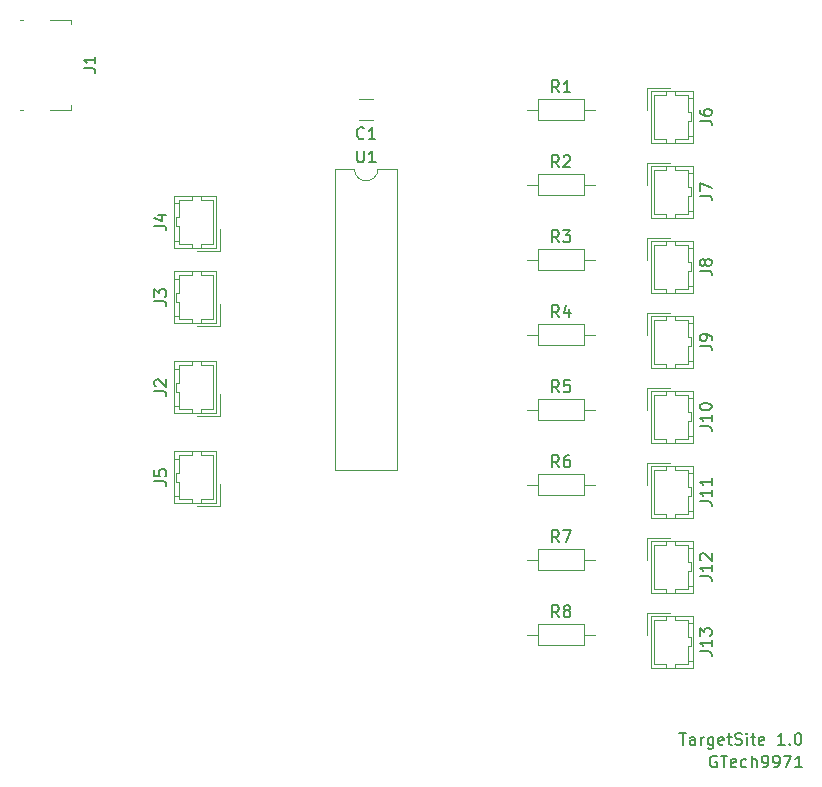
<source format=gto>
G04 #@! TF.GenerationSoftware,KiCad,Pcbnew,(6.0.6)*
G04 #@! TF.CreationDate,2022-07-28T21:52:44+09:00*
G04 #@! TF.ProjectId,TargetSite,54617267-6574-4536-9974-652e6b696361,rev?*
G04 #@! TF.SameCoordinates,PX7bfa480PY7bfa480*
G04 #@! TF.FileFunction,Legend,Top*
G04 #@! TF.FilePolarity,Positive*
%FSLAX46Y46*%
G04 Gerber Fmt 4.6, Leading zero omitted, Abs format (unit mm)*
G04 Created by KiCad (PCBNEW (6.0.6)) date 2022-07-28 21:52:44*
%MOMM*%
%LPD*%
G01*
G04 APERTURE LIST*
%ADD10C,0.150000*%
%ADD11C,0.120000*%
G04 APERTURE END LIST*
D10*
X61436666Y2405000D02*
X61341428Y2452620D01*
X61198571Y2452620D01*
X61055714Y2405000D01*
X60960476Y2309762D01*
X60912857Y2214524D01*
X60865238Y2024048D01*
X60865238Y1881191D01*
X60912857Y1690715D01*
X60960476Y1595477D01*
X61055714Y1500239D01*
X61198571Y1452620D01*
X61293809Y1452620D01*
X61436666Y1500239D01*
X61484285Y1547858D01*
X61484285Y1881191D01*
X61293809Y1881191D01*
X61770000Y2452620D02*
X62341428Y2452620D01*
X62055714Y1452620D02*
X62055714Y2452620D01*
X63055714Y1500239D02*
X62960476Y1452620D01*
X62770000Y1452620D01*
X62674761Y1500239D01*
X62627142Y1595477D01*
X62627142Y1976429D01*
X62674761Y2071667D01*
X62770000Y2119286D01*
X62960476Y2119286D01*
X63055714Y2071667D01*
X63103333Y1976429D01*
X63103333Y1881191D01*
X62627142Y1785953D01*
X63960476Y1500239D02*
X63865238Y1452620D01*
X63674761Y1452620D01*
X63579523Y1500239D01*
X63531904Y1547858D01*
X63484285Y1643096D01*
X63484285Y1928810D01*
X63531904Y2024048D01*
X63579523Y2071667D01*
X63674761Y2119286D01*
X63865238Y2119286D01*
X63960476Y2071667D01*
X64389047Y1452620D02*
X64389047Y2452620D01*
X64817619Y1452620D02*
X64817619Y1976429D01*
X64770000Y2071667D01*
X64674761Y2119286D01*
X64531904Y2119286D01*
X64436666Y2071667D01*
X64389047Y2024048D01*
X65341428Y1452620D02*
X65531904Y1452620D01*
X65627142Y1500239D01*
X65674761Y1547858D01*
X65770000Y1690715D01*
X65817619Y1881191D01*
X65817619Y2262143D01*
X65770000Y2357381D01*
X65722380Y2405000D01*
X65627142Y2452620D01*
X65436666Y2452620D01*
X65341428Y2405000D01*
X65293809Y2357381D01*
X65246190Y2262143D01*
X65246190Y2024048D01*
X65293809Y1928810D01*
X65341428Y1881191D01*
X65436666Y1833572D01*
X65627142Y1833572D01*
X65722380Y1881191D01*
X65770000Y1928810D01*
X65817619Y2024048D01*
X66293809Y1452620D02*
X66484285Y1452620D01*
X66579523Y1500239D01*
X66627142Y1547858D01*
X66722380Y1690715D01*
X66770000Y1881191D01*
X66770000Y2262143D01*
X66722380Y2357381D01*
X66674761Y2405000D01*
X66579523Y2452620D01*
X66389047Y2452620D01*
X66293809Y2405000D01*
X66246190Y2357381D01*
X66198571Y2262143D01*
X66198571Y2024048D01*
X66246190Y1928810D01*
X66293809Y1881191D01*
X66389047Y1833572D01*
X66579523Y1833572D01*
X66674761Y1881191D01*
X66722380Y1928810D01*
X66770000Y2024048D01*
X67103333Y2452620D02*
X67770000Y2452620D01*
X67341428Y1452620D01*
X68674761Y1452620D02*
X68103333Y1452620D01*
X68389047Y1452620D02*
X68389047Y2452620D01*
X68293809Y2309762D01*
X68198571Y2214524D01*
X68103333Y2166905D01*
X58285714Y4357620D02*
X58857142Y4357620D01*
X58571428Y3357620D02*
X58571428Y4357620D01*
X59619047Y3357620D02*
X59619047Y3881429D01*
X59571428Y3976667D01*
X59476190Y4024286D01*
X59285714Y4024286D01*
X59190476Y3976667D01*
X59619047Y3405239D02*
X59523809Y3357620D01*
X59285714Y3357620D01*
X59190476Y3405239D01*
X59142857Y3500477D01*
X59142857Y3595715D01*
X59190476Y3690953D01*
X59285714Y3738572D01*
X59523809Y3738572D01*
X59619047Y3786191D01*
X60095238Y3357620D02*
X60095238Y4024286D01*
X60095238Y3833810D02*
X60142857Y3929048D01*
X60190476Y3976667D01*
X60285714Y4024286D01*
X60380952Y4024286D01*
X61142857Y4024286D02*
X61142857Y3214762D01*
X61095238Y3119524D01*
X61047619Y3071905D01*
X60952380Y3024286D01*
X60809523Y3024286D01*
X60714285Y3071905D01*
X61142857Y3405239D02*
X61047619Y3357620D01*
X60857142Y3357620D01*
X60761904Y3405239D01*
X60714285Y3452858D01*
X60666666Y3548096D01*
X60666666Y3833810D01*
X60714285Y3929048D01*
X60761904Y3976667D01*
X60857142Y4024286D01*
X61047619Y4024286D01*
X61142857Y3976667D01*
X62000000Y3405239D02*
X61904761Y3357620D01*
X61714285Y3357620D01*
X61619047Y3405239D01*
X61571428Y3500477D01*
X61571428Y3881429D01*
X61619047Y3976667D01*
X61714285Y4024286D01*
X61904761Y4024286D01*
X62000000Y3976667D01*
X62047619Y3881429D01*
X62047619Y3786191D01*
X61571428Y3690953D01*
X62333333Y4024286D02*
X62714285Y4024286D01*
X62476190Y4357620D02*
X62476190Y3500477D01*
X62523809Y3405239D01*
X62619047Y3357620D01*
X62714285Y3357620D01*
X63000000Y3405239D02*
X63142857Y3357620D01*
X63380952Y3357620D01*
X63476190Y3405239D01*
X63523809Y3452858D01*
X63571428Y3548096D01*
X63571428Y3643334D01*
X63523809Y3738572D01*
X63476190Y3786191D01*
X63380952Y3833810D01*
X63190476Y3881429D01*
X63095238Y3929048D01*
X63047619Y3976667D01*
X63000000Y4071905D01*
X63000000Y4167143D01*
X63047619Y4262381D01*
X63095238Y4310000D01*
X63190476Y4357620D01*
X63428571Y4357620D01*
X63571428Y4310000D01*
X64000000Y3357620D02*
X64000000Y4024286D01*
X64000000Y4357620D02*
X63952380Y4310000D01*
X64000000Y4262381D01*
X64047619Y4310000D01*
X64000000Y4357620D01*
X64000000Y4262381D01*
X64333333Y4024286D02*
X64714285Y4024286D01*
X64476190Y4357620D02*
X64476190Y3500477D01*
X64523809Y3405239D01*
X64619047Y3357620D01*
X64714285Y3357620D01*
X65428571Y3405239D02*
X65333333Y3357620D01*
X65142857Y3357620D01*
X65047619Y3405239D01*
X65000000Y3500477D01*
X65000000Y3881429D01*
X65047619Y3976667D01*
X65142857Y4024286D01*
X65333333Y4024286D01*
X65428571Y3976667D01*
X65476190Y3881429D01*
X65476190Y3786191D01*
X65000000Y3690953D01*
X67190476Y3357620D02*
X66619047Y3357620D01*
X66904761Y3357620D02*
X66904761Y4357620D01*
X66809523Y4214762D01*
X66714285Y4119524D01*
X66619047Y4071905D01*
X67619047Y3452858D02*
X67666666Y3405239D01*
X67619047Y3357620D01*
X67571428Y3405239D01*
X67619047Y3452858D01*
X67619047Y3357620D01*
X68285714Y4357620D02*
X68380952Y4357620D01*
X68476190Y4310000D01*
X68523809Y4262381D01*
X68571428Y4167143D01*
X68619047Y3976667D01*
X68619047Y3738572D01*
X68571428Y3548096D01*
X68523809Y3452858D01*
X68476190Y3405239D01*
X68380952Y3357620D01*
X68285714Y3357620D01*
X68190476Y3405239D01*
X68142857Y3452858D01*
X68095238Y3548096D01*
X68047619Y3738572D01*
X68047619Y3976667D01*
X68095238Y4167143D01*
X68142857Y4262381D01*
X68190476Y4310000D01*
X68285714Y4357620D01*
X60002380Y37146667D02*
X60716666Y37146667D01*
X60859523Y37099048D01*
X60954761Y37003810D01*
X61002380Y36860953D01*
X61002380Y36765715D01*
X61002380Y37670477D02*
X61002380Y37860953D01*
X60954761Y37956191D01*
X60907142Y38003810D01*
X60764285Y38099048D01*
X60573809Y38146667D01*
X60192857Y38146667D01*
X60097619Y38099048D01*
X60050000Y38051429D01*
X60002380Y37956191D01*
X60002380Y37765715D01*
X60050000Y37670477D01*
X60097619Y37622858D01*
X60192857Y37575239D01*
X60430952Y37575239D01*
X60526190Y37622858D01*
X60573809Y37670477D01*
X60621428Y37765715D01*
X60621428Y37956191D01*
X60573809Y38051429D01*
X60526190Y38099048D01*
X60430952Y38146667D01*
X48093333Y14167620D02*
X47760000Y14643810D01*
X47521904Y14167620D02*
X47521904Y15167620D01*
X47902857Y15167620D01*
X47998095Y15120000D01*
X48045714Y15072381D01*
X48093333Y14977143D01*
X48093333Y14834286D01*
X48045714Y14739048D01*
X47998095Y14691429D01*
X47902857Y14643810D01*
X47521904Y14643810D01*
X48664761Y14739048D02*
X48569523Y14786667D01*
X48521904Y14834286D01*
X48474285Y14929524D01*
X48474285Y14977143D01*
X48521904Y15072381D01*
X48569523Y15120000D01*
X48664761Y15167620D01*
X48855238Y15167620D01*
X48950476Y15120000D01*
X48998095Y15072381D01*
X49045714Y14977143D01*
X49045714Y14929524D01*
X48998095Y14834286D01*
X48950476Y14786667D01*
X48855238Y14739048D01*
X48664761Y14739048D01*
X48569523Y14691429D01*
X48521904Y14643810D01*
X48474285Y14548572D01*
X48474285Y14358096D01*
X48521904Y14262858D01*
X48569523Y14215239D01*
X48664761Y14167620D01*
X48855238Y14167620D01*
X48950476Y14215239D01*
X48998095Y14262858D01*
X49045714Y14358096D01*
X49045714Y14548572D01*
X48998095Y14643810D01*
X48950476Y14691429D01*
X48855238Y14739048D01*
X48093333Y39567620D02*
X47760000Y40043810D01*
X47521904Y39567620D02*
X47521904Y40567620D01*
X47902857Y40567620D01*
X47998095Y40520000D01*
X48045714Y40472381D01*
X48093333Y40377143D01*
X48093333Y40234286D01*
X48045714Y40139048D01*
X47998095Y40091429D01*
X47902857Y40043810D01*
X47521904Y40043810D01*
X48950476Y40234286D02*
X48950476Y39567620D01*
X48712380Y40615239D02*
X48474285Y39900953D01*
X49093333Y39900953D01*
X13832380Y33306667D02*
X14546666Y33306667D01*
X14689523Y33259048D01*
X14784761Y33163810D01*
X14832380Y33020953D01*
X14832380Y32925715D01*
X13927619Y33735239D02*
X13880000Y33782858D01*
X13832380Y33878096D01*
X13832380Y34116191D01*
X13880000Y34211429D01*
X13927619Y34259048D01*
X14022857Y34306667D01*
X14118095Y34306667D01*
X14260952Y34259048D01*
X14832380Y33687620D01*
X14832380Y34306667D01*
X30998095Y53677620D02*
X30998095Y52868096D01*
X31045714Y52772858D01*
X31093333Y52725239D01*
X31188571Y52677620D01*
X31379047Y52677620D01*
X31474285Y52725239D01*
X31521904Y52772858D01*
X31569523Y52868096D01*
X31569523Y53677620D01*
X32569523Y52677620D02*
X31998095Y52677620D01*
X32283809Y52677620D02*
X32283809Y53677620D01*
X32188571Y53534762D01*
X32093333Y53439524D01*
X31998095Y53391905D01*
X60002380Y30320477D02*
X60716666Y30320477D01*
X60859523Y30272858D01*
X60954761Y30177620D01*
X61002380Y30034762D01*
X61002380Y29939524D01*
X61002380Y31320477D02*
X61002380Y30749048D01*
X61002380Y31034762D02*
X60002380Y31034762D01*
X60145238Y30939524D01*
X60240476Y30844286D01*
X60288095Y30749048D01*
X60002380Y31939524D02*
X60002380Y32034762D01*
X60050000Y32130000D01*
X60097619Y32177620D01*
X60192857Y32225239D01*
X60383333Y32272858D01*
X60621428Y32272858D01*
X60811904Y32225239D01*
X60907142Y32177620D01*
X60954761Y32130000D01*
X61002380Y32034762D01*
X61002380Y31939524D01*
X60954761Y31844286D01*
X60907142Y31796667D01*
X60811904Y31749048D01*
X60621428Y31701429D01*
X60383333Y31701429D01*
X60192857Y31749048D01*
X60097619Y31796667D01*
X60050000Y31844286D01*
X60002380Y31939524D01*
X7832380Y60626667D02*
X8546666Y60626667D01*
X8689523Y60579048D01*
X8784761Y60483810D01*
X8832380Y60340953D01*
X8832380Y60245715D01*
X8832380Y61626667D02*
X8832380Y61055239D01*
X8832380Y61340953D02*
X7832380Y61340953D01*
X7975238Y61245715D01*
X8070476Y61150477D01*
X8118095Y61055239D01*
X13832380Y47296667D02*
X14546666Y47296667D01*
X14689523Y47249048D01*
X14784761Y47153810D01*
X14832380Y47010953D01*
X14832380Y46915715D01*
X14165714Y48201429D02*
X14832380Y48201429D01*
X13784761Y47963334D02*
X14499047Y47725239D01*
X14499047Y48344286D01*
X60002380Y17620477D02*
X60716666Y17620477D01*
X60859523Y17572858D01*
X60954761Y17477620D01*
X61002380Y17334762D01*
X61002380Y17239524D01*
X61002380Y18620477D02*
X61002380Y18049048D01*
X61002380Y18334762D02*
X60002380Y18334762D01*
X60145238Y18239524D01*
X60240476Y18144286D01*
X60288095Y18049048D01*
X60097619Y19001429D02*
X60050000Y19049048D01*
X60002380Y19144286D01*
X60002380Y19382381D01*
X60050000Y19477620D01*
X60097619Y19525239D01*
X60192857Y19572858D01*
X60288095Y19572858D01*
X60430952Y19525239D01*
X61002380Y18953810D01*
X61002380Y19572858D01*
X60002380Y11270477D02*
X60716666Y11270477D01*
X60859523Y11222858D01*
X60954761Y11127620D01*
X61002380Y10984762D01*
X61002380Y10889524D01*
X61002380Y12270477D02*
X61002380Y11699048D01*
X61002380Y11984762D02*
X60002380Y11984762D01*
X60145238Y11889524D01*
X60240476Y11794286D01*
X60288095Y11699048D01*
X60002380Y12603810D02*
X60002380Y13222858D01*
X60383333Y12889524D01*
X60383333Y13032381D01*
X60430952Y13127620D01*
X60478571Y13175239D01*
X60573809Y13222858D01*
X60811904Y13222858D01*
X60907142Y13175239D01*
X60954761Y13127620D01*
X61002380Y13032381D01*
X61002380Y12746667D01*
X60954761Y12651429D01*
X60907142Y12603810D01*
X60002380Y56196667D02*
X60716666Y56196667D01*
X60859523Y56149048D01*
X60954761Y56053810D01*
X61002380Y55910953D01*
X61002380Y55815715D01*
X60002380Y57101429D02*
X60002380Y56910953D01*
X60050000Y56815715D01*
X60097619Y56768096D01*
X60240476Y56672858D01*
X60430952Y56625239D01*
X60811904Y56625239D01*
X60907142Y56672858D01*
X60954761Y56720477D01*
X61002380Y56815715D01*
X61002380Y57006191D01*
X60954761Y57101429D01*
X60907142Y57149048D01*
X60811904Y57196667D01*
X60573809Y57196667D01*
X60478571Y57149048D01*
X60430952Y57101429D01*
X60383333Y57006191D01*
X60383333Y56815715D01*
X60430952Y56720477D01*
X60478571Y56672858D01*
X60573809Y56625239D01*
X60002380Y43496667D02*
X60716666Y43496667D01*
X60859523Y43449048D01*
X60954761Y43353810D01*
X61002380Y43210953D01*
X61002380Y43115715D01*
X60430952Y44115715D02*
X60383333Y44020477D01*
X60335714Y43972858D01*
X60240476Y43925239D01*
X60192857Y43925239D01*
X60097619Y43972858D01*
X60050000Y44020477D01*
X60002380Y44115715D01*
X60002380Y44306191D01*
X60050000Y44401429D01*
X60097619Y44449048D01*
X60192857Y44496667D01*
X60240476Y44496667D01*
X60335714Y44449048D01*
X60383333Y44401429D01*
X60430952Y44306191D01*
X60430952Y44115715D01*
X60478571Y44020477D01*
X60526190Y43972858D01*
X60621428Y43925239D01*
X60811904Y43925239D01*
X60907142Y43972858D01*
X60954761Y44020477D01*
X61002380Y44115715D01*
X61002380Y44306191D01*
X60954761Y44401429D01*
X60907142Y44449048D01*
X60811904Y44496667D01*
X60621428Y44496667D01*
X60526190Y44449048D01*
X60478571Y44401429D01*
X60430952Y44306191D01*
X60002380Y23970477D02*
X60716666Y23970477D01*
X60859523Y23922858D01*
X60954761Y23827620D01*
X61002380Y23684762D01*
X61002380Y23589524D01*
X61002380Y24970477D02*
X61002380Y24399048D01*
X61002380Y24684762D02*
X60002380Y24684762D01*
X60145238Y24589524D01*
X60240476Y24494286D01*
X60288095Y24399048D01*
X61002380Y25922858D02*
X61002380Y25351429D01*
X61002380Y25637143D02*
X60002380Y25637143D01*
X60145238Y25541905D01*
X60240476Y25446667D01*
X60288095Y25351429D01*
X60002380Y49846667D02*
X60716666Y49846667D01*
X60859523Y49799048D01*
X60954761Y49703810D01*
X61002380Y49560953D01*
X61002380Y49465715D01*
X60002380Y50227620D02*
X60002380Y50894286D01*
X61002380Y50465715D01*
X13832380Y25686667D02*
X14546666Y25686667D01*
X14689523Y25639048D01*
X14784761Y25543810D01*
X14832380Y25400953D01*
X14832380Y25305715D01*
X13832380Y26639048D02*
X13832380Y26162858D01*
X14308571Y26115239D01*
X14260952Y26162858D01*
X14213333Y26258096D01*
X14213333Y26496191D01*
X14260952Y26591429D01*
X14308571Y26639048D01*
X14403809Y26686667D01*
X14641904Y26686667D01*
X14737142Y26639048D01*
X14784761Y26591429D01*
X14832380Y26496191D01*
X14832380Y26258096D01*
X14784761Y26162858D01*
X14737142Y26115239D01*
X48093333Y45917620D02*
X47760000Y46393810D01*
X47521904Y45917620D02*
X47521904Y46917620D01*
X47902857Y46917620D01*
X47998095Y46870000D01*
X48045714Y46822381D01*
X48093333Y46727143D01*
X48093333Y46584286D01*
X48045714Y46489048D01*
X47998095Y46441429D01*
X47902857Y46393810D01*
X47521904Y46393810D01*
X48426666Y46917620D02*
X49045714Y46917620D01*
X48712380Y46536667D01*
X48855238Y46536667D01*
X48950476Y46489048D01*
X48998095Y46441429D01*
X49045714Y46346191D01*
X49045714Y46108096D01*
X48998095Y46012858D01*
X48950476Y45965239D01*
X48855238Y45917620D01*
X48569523Y45917620D01*
X48474285Y45965239D01*
X48426666Y46012858D01*
X48093333Y20517620D02*
X47760000Y20993810D01*
X47521904Y20517620D02*
X47521904Y21517620D01*
X47902857Y21517620D01*
X47998095Y21470000D01*
X48045714Y21422381D01*
X48093333Y21327143D01*
X48093333Y21184286D01*
X48045714Y21089048D01*
X47998095Y21041429D01*
X47902857Y20993810D01*
X47521904Y20993810D01*
X48426666Y21517620D02*
X49093333Y21517620D01*
X48664761Y20517620D01*
X48093333Y52267620D02*
X47760000Y52743810D01*
X47521904Y52267620D02*
X47521904Y53267620D01*
X47902857Y53267620D01*
X47998095Y53220000D01*
X48045714Y53172381D01*
X48093333Y53077143D01*
X48093333Y52934286D01*
X48045714Y52839048D01*
X47998095Y52791429D01*
X47902857Y52743810D01*
X47521904Y52743810D01*
X48474285Y53172381D02*
X48521904Y53220000D01*
X48617142Y53267620D01*
X48855238Y53267620D01*
X48950476Y53220000D01*
X48998095Y53172381D01*
X49045714Y53077143D01*
X49045714Y52981905D01*
X48998095Y52839048D01*
X48426666Y52267620D01*
X49045714Y52267620D01*
X48093333Y33217620D02*
X47760000Y33693810D01*
X47521904Y33217620D02*
X47521904Y34217620D01*
X47902857Y34217620D01*
X47998095Y34170000D01*
X48045714Y34122381D01*
X48093333Y34027143D01*
X48093333Y33884286D01*
X48045714Y33789048D01*
X47998095Y33741429D01*
X47902857Y33693810D01*
X47521904Y33693810D01*
X48998095Y34217620D02*
X48521904Y34217620D01*
X48474285Y33741429D01*
X48521904Y33789048D01*
X48617142Y33836667D01*
X48855238Y33836667D01*
X48950476Y33789048D01*
X48998095Y33741429D01*
X49045714Y33646191D01*
X49045714Y33408096D01*
X48998095Y33312858D01*
X48950476Y33265239D01*
X48855238Y33217620D01*
X48617142Y33217620D01*
X48521904Y33265239D01*
X48474285Y33312858D01*
X48093333Y58617620D02*
X47760000Y59093810D01*
X47521904Y58617620D02*
X47521904Y59617620D01*
X47902857Y59617620D01*
X47998095Y59570000D01*
X48045714Y59522381D01*
X48093333Y59427143D01*
X48093333Y59284286D01*
X48045714Y59189048D01*
X47998095Y59141429D01*
X47902857Y59093810D01*
X47521904Y59093810D01*
X49045714Y58617620D02*
X48474285Y58617620D01*
X48760000Y58617620D02*
X48760000Y59617620D01*
X48664761Y59474762D01*
X48569523Y59379524D01*
X48474285Y59331905D01*
X31583333Y54742858D02*
X31535714Y54695239D01*
X31392857Y54647620D01*
X31297619Y54647620D01*
X31154761Y54695239D01*
X31059523Y54790477D01*
X31011904Y54885715D01*
X30964285Y55076191D01*
X30964285Y55219048D01*
X31011904Y55409524D01*
X31059523Y55504762D01*
X31154761Y55600000D01*
X31297619Y55647620D01*
X31392857Y55647620D01*
X31535714Y55600000D01*
X31583333Y55552381D01*
X32535714Y54647620D02*
X31964285Y54647620D01*
X32250000Y54647620D02*
X32250000Y55647620D01*
X32154761Y55504762D01*
X32059523Y55409524D01*
X31964285Y55361905D01*
X48093333Y26867620D02*
X47760000Y27343810D01*
X47521904Y26867620D02*
X47521904Y27867620D01*
X47902857Y27867620D01*
X47998095Y27820000D01*
X48045714Y27772381D01*
X48093333Y27677143D01*
X48093333Y27534286D01*
X48045714Y27439048D01*
X47998095Y27391429D01*
X47902857Y27343810D01*
X47521904Y27343810D01*
X48950476Y27867620D02*
X48760000Y27867620D01*
X48664761Y27820000D01*
X48617142Y27772381D01*
X48521904Y27629524D01*
X48474285Y27439048D01*
X48474285Y27058096D01*
X48521904Y26962858D01*
X48569523Y26915239D01*
X48664761Y26867620D01*
X48855238Y26867620D01*
X48950476Y26915239D01*
X48998095Y26962858D01*
X49045714Y27058096D01*
X49045714Y27296191D01*
X48998095Y27391429D01*
X48950476Y27439048D01*
X48855238Y27486667D01*
X48664761Y27486667D01*
X48569523Y27439048D01*
X48521904Y27391429D01*
X48474285Y27296191D01*
X13832380Y40926667D02*
X14546666Y40926667D01*
X14689523Y40879048D01*
X14784761Y40783810D01*
X14832380Y40640953D01*
X14832380Y40545715D01*
X13832380Y41307620D02*
X13832380Y41926667D01*
X14213333Y41593334D01*
X14213333Y41736191D01*
X14260952Y41831429D01*
X14308571Y41879048D01*
X14403809Y41926667D01*
X14641904Y41926667D01*
X14737142Y41879048D01*
X14784761Y41831429D01*
X14832380Y41736191D01*
X14832380Y41450477D01*
X14784761Y41355239D01*
X14737142Y41307620D01*
D11*
X59000000Y39050000D02*
X59000000Y37850000D01*
X59000000Y39350000D02*
X59000000Y39050000D01*
X57150000Y39650000D02*
X57150000Y39350000D01*
X56150000Y39350000D02*
X56150000Y35600000D01*
X55540000Y39960000D02*
X55540000Y38050000D01*
X59300000Y37100000D02*
X59000000Y37100000D01*
X59450000Y35300000D02*
X59450000Y39650000D01*
X59000000Y39050000D02*
X59450000Y39050000D01*
X59000000Y37100000D02*
X59000000Y35900000D01*
X59300000Y37850000D02*
X59300000Y37100000D01*
X57450000Y39960000D02*
X55540000Y39960000D01*
X57900000Y35300000D02*
X57900000Y35600000D01*
X59000000Y35900000D02*
X59450000Y35900000D01*
X55850000Y35300000D02*
X59450000Y35300000D01*
X57900000Y39650000D02*
X57900000Y39350000D01*
X57150000Y35600000D02*
X57150000Y35300000D01*
X59000000Y35600000D02*
X59000000Y35900000D01*
X57900000Y35600000D02*
X59000000Y35600000D01*
X56150000Y35600000D02*
X57150000Y35600000D01*
X55850000Y39650000D02*
X55850000Y35300000D01*
X59000000Y37850000D02*
X59300000Y37850000D01*
X59450000Y39650000D02*
X55850000Y39650000D01*
X57150000Y39350000D02*
X56150000Y39350000D01*
X57900000Y39350000D02*
X59000000Y39350000D01*
X46340000Y13620000D02*
X46340000Y11780000D01*
X51130000Y12700000D02*
X50180000Y12700000D01*
X45390000Y12700000D02*
X46340000Y12700000D01*
X50180000Y13620000D02*
X46340000Y13620000D01*
X50180000Y11780000D02*
X50180000Y13620000D01*
X46340000Y11780000D02*
X50180000Y11780000D01*
X46340000Y37180000D02*
X50180000Y37180000D01*
X45390000Y38100000D02*
X46340000Y38100000D01*
X51130000Y38100000D02*
X50180000Y38100000D01*
X50180000Y39020000D02*
X46340000Y39020000D01*
X46340000Y39020000D02*
X46340000Y37180000D01*
X50180000Y37180000D02*
X50180000Y39020000D01*
X19390000Y31160000D02*
X19390000Y33070000D01*
X17780000Y35520000D02*
X17780000Y35820000D01*
X15930000Y32070000D02*
X15930000Y33270000D01*
X19080000Y31470000D02*
X19080000Y35820000D01*
X18780000Y35520000D02*
X17780000Y35520000D01*
X15930000Y35520000D02*
X15930000Y35220000D01*
X15930000Y31770000D02*
X15930000Y32070000D01*
X19080000Y35820000D02*
X15480000Y35820000D01*
X15930000Y33270000D02*
X15630000Y33270000D01*
X15930000Y34020000D02*
X15930000Y35220000D01*
X15930000Y32070000D02*
X15480000Y32070000D01*
X15630000Y34020000D02*
X15930000Y34020000D01*
X17780000Y31770000D02*
X18780000Y31770000D01*
X17780000Y31470000D02*
X17780000Y31770000D01*
X15630000Y33270000D02*
X15630000Y34020000D01*
X17030000Y31770000D02*
X15930000Y31770000D01*
X17030000Y35520000D02*
X15930000Y35520000D01*
X15480000Y31470000D02*
X19080000Y31470000D01*
X15930000Y35220000D02*
X15480000Y35220000D01*
X17030000Y31470000D02*
X17030000Y31770000D01*
X15480000Y35820000D02*
X15480000Y31470000D01*
X17480000Y31160000D02*
X19390000Y31160000D01*
X18780000Y31770000D02*
X18780000Y35520000D01*
X17030000Y35820000D02*
X17030000Y35520000D01*
X34410000Y52130000D02*
X32760000Y52130000D01*
X29110000Y26610000D02*
X34410000Y26610000D01*
X29110000Y52130000D02*
X29110000Y26610000D01*
X34410000Y26610000D02*
X34410000Y52130000D01*
X30760000Y52130000D02*
X29110000Y52130000D01*
X30760000Y52130000D02*
G75*
G03*
X32760000Y52130000I1000000J0D01*
G01*
X59300000Y30750000D02*
X59000000Y30750000D01*
X59000000Y29550000D02*
X59450000Y29550000D01*
X59000000Y30750000D02*
X59000000Y29550000D01*
X59450000Y33300000D02*
X55850000Y33300000D01*
X57900000Y33300000D02*
X57900000Y33000000D01*
X59000000Y32700000D02*
X59000000Y31500000D01*
X59000000Y33000000D02*
X59000000Y32700000D01*
X57150000Y29250000D02*
X57150000Y28950000D01*
X57900000Y33000000D02*
X59000000Y33000000D01*
X59000000Y32700000D02*
X59450000Y32700000D01*
X56150000Y33000000D02*
X56150000Y29250000D01*
X55540000Y33610000D02*
X55540000Y31700000D01*
X59000000Y29250000D02*
X59000000Y29550000D01*
X57900000Y29250000D02*
X59000000Y29250000D01*
X55850000Y28950000D02*
X59450000Y28950000D01*
X55850000Y33300000D02*
X55850000Y28950000D01*
X56150000Y29250000D02*
X57150000Y29250000D01*
X59450000Y28950000D02*
X59450000Y33300000D01*
X57150000Y33000000D02*
X56150000Y33000000D01*
X57450000Y33610000D02*
X55540000Y33610000D01*
X59300000Y31500000D02*
X59300000Y30750000D01*
X57150000Y33300000D02*
X57150000Y33000000D01*
X59000000Y31500000D02*
X59300000Y31500000D01*
X57900000Y28950000D02*
X57900000Y29250000D01*
X6790000Y64770000D02*
X6790000Y64390000D01*
X6790000Y57150000D02*
X5020000Y57150000D01*
X6790000Y57150000D02*
X6790000Y57530000D01*
X5020000Y64770000D02*
X6790000Y64770000D01*
X2480000Y64770000D02*
X2740000Y64770000D01*
X2740000Y57150000D02*
X2480000Y57150000D01*
X15930000Y47260000D02*
X15630000Y47260000D01*
X17030000Y45760000D02*
X15930000Y45760000D01*
X17780000Y49510000D02*
X17780000Y49810000D01*
X15480000Y49810000D02*
X15480000Y45460000D01*
X19080000Y49810000D02*
X15480000Y49810000D01*
X15480000Y45460000D02*
X19080000Y45460000D01*
X15930000Y48010000D02*
X15930000Y49210000D01*
X18780000Y49510000D02*
X17780000Y49510000D01*
X15930000Y46060000D02*
X15930000Y47260000D01*
X15930000Y49510000D02*
X15930000Y49210000D01*
X19080000Y45460000D02*
X19080000Y49810000D01*
X17480000Y45150000D02*
X19390000Y45150000D01*
X17030000Y49810000D02*
X17030000Y49510000D01*
X15930000Y49210000D02*
X15480000Y49210000D01*
X17780000Y45460000D02*
X17780000Y45760000D01*
X15930000Y46060000D02*
X15480000Y46060000D01*
X17780000Y45760000D02*
X18780000Y45760000D01*
X15630000Y47260000D02*
X15630000Y48010000D01*
X15630000Y48010000D02*
X15930000Y48010000D01*
X15930000Y45760000D02*
X15930000Y46060000D01*
X18780000Y45760000D02*
X18780000Y49510000D01*
X17030000Y45460000D02*
X17030000Y45760000D01*
X17030000Y49510000D02*
X15930000Y49510000D01*
X19390000Y45150000D02*
X19390000Y47060000D01*
X55850000Y16250000D02*
X59450000Y16250000D01*
X57900000Y20300000D02*
X59000000Y20300000D01*
X59450000Y20600000D02*
X55850000Y20600000D01*
X59000000Y18050000D02*
X59000000Y16850000D01*
X55850000Y20600000D02*
X55850000Y16250000D01*
X56150000Y20300000D02*
X56150000Y16550000D01*
X59000000Y16550000D02*
X59000000Y16850000D01*
X59300000Y18050000D02*
X59000000Y18050000D01*
X57900000Y20600000D02*
X57900000Y20300000D01*
X59300000Y18800000D02*
X59300000Y18050000D01*
X57150000Y20600000D02*
X57150000Y20300000D01*
X59450000Y16250000D02*
X59450000Y20600000D01*
X57150000Y16550000D02*
X57150000Y16250000D01*
X57150000Y20300000D02*
X56150000Y20300000D01*
X56150000Y16550000D02*
X57150000Y16550000D01*
X55540000Y20910000D02*
X55540000Y19000000D01*
X59000000Y20300000D02*
X59000000Y20000000D01*
X57900000Y16250000D02*
X57900000Y16550000D01*
X59000000Y20000000D02*
X59000000Y18800000D01*
X57450000Y20910000D02*
X55540000Y20910000D01*
X59000000Y16850000D02*
X59450000Y16850000D01*
X57900000Y16550000D02*
X59000000Y16550000D01*
X59000000Y18800000D02*
X59300000Y18800000D01*
X59000000Y20000000D02*
X59450000Y20000000D01*
X59000000Y13650000D02*
X59450000Y13650000D01*
X59000000Y10500000D02*
X59450000Y10500000D01*
X59300000Y11700000D02*
X59000000Y11700000D01*
X59450000Y9900000D02*
X59450000Y14250000D01*
X59450000Y14250000D02*
X55850000Y14250000D01*
X57900000Y9900000D02*
X57900000Y10200000D01*
X59000000Y10200000D02*
X59000000Y10500000D01*
X55850000Y14250000D02*
X55850000Y9900000D01*
X57150000Y14250000D02*
X57150000Y13950000D01*
X57900000Y14250000D02*
X57900000Y13950000D01*
X55540000Y14560000D02*
X55540000Y12650000D01*
X59000000Y11700000D02*
X59000000Y10500000D01*
X55850000Y9900000D02*
X59450000Y9900000D01*
X57900000Y13950000D02*
X59000000Y13950000D01*
X59000000Y12450000D02*
X59300000Y12450000D01*
X56150000Y10200000D02*
X57150000Y10200000D01*
X57150000Y10200000D02*
X57150000Y9900000D01*
X57900000Y10200000D02*
X59000000Y10200000D01*
X59000000Y13650000D02*
X59000000Y12450000D01*
X57150000Y13950000D02*
X56150000Y13950000D01*
X57450000Y14560000D02*
X55540000Y14560000D01*
X56150000Y13950000D02*
X56150000Y10200000D01*
X59000000Y13950000D02*
X59000000Y13650000D01*
X59300000Y12450000D02*
X59300000Y11700000D01*
X59300000Y56150000D02*
X59000000Y56150000D01*
X59000000Y54950000D02*
X59450000Y54950000D01*
X56150000Y58400000D02*
X56150000Y54650000D01*
X57900000Y58400000D02*
X59000000Y58400000D01*
X57900000Y54650000D02*
X59000000Y54650000D01*
X55850000Y54350000D02*
X59450000Y54350000D01*
X59000000Y58100000D02*
X59000000Y56900000D01*
X57450000Y59010000D02*
X55540000Y59010000D01*
X59450000Y58700000D02*
X55850000Y58700000D01*
X57150000Y58700000D02*
X57150000Y58400000D01*
X57900000Y58700000D02*
X57900000Y58400000D01*
X57150000Y54650000D02*
X57150000Y54350000D01*
X57150000Y58400000D02*
X56150000Y58400000D01*
X59000000Y56900000D02*
X59300000Y56900000D01*
X59000000Y58400000D02*
X59000000Y58100000D01*
X59000000Y54650000D02*
X59000000Y54950000D01*
X59300000Y56900000D02*
X59300000Y56150000D01*
X57900000Y54350000D02*
X57900000Y54650000D01*
X59000000Y56150000D02*
X59000000Y54950000D01*
X59000000Y58100000D02*
X59450000Y58100000D01*
X59450000Y54350000D02*
X59450000Y58700000D01*
X56150000Y54650000D02*
X57150000Y54650000D01*
X55850000Y58700000D02*
X55850000Y54350000D01*
X55540000Y59010000D02*
X55540000Y57100000D01*
X59000000Y45400000D02*
X59450000Y45400000D01*
X55850000Y41650000D02*
X59450000Y41650000D01*
X57150000Y45700000D02*
X56150000Y45700000D01*
X59000000Y42250000D02*
X59450000Y42250000D01*
X56150000Y45700000D02*
X56150000Y41950000D01*
X57900000Y41950000D02*
X59000000Y41950000D01*
X57450000Y46310000D02*
X55540000Y46310000D01*
X55540000Y46310000D02*
X55540000Y44400000D01*
X57900000Y41650000D02*
X57900000Y41950000D01*
X56150000Y41950000D02*
X57150000Y41950000D01*
X57900000Y45700000D02*
X59000000Y45700000D01*
X57900000Y46000000D02*
X57900000Y45700000D01*
X59000000Y43450000D02*
X59000000Y42250000D01*
X59300000Y43450000D02*
X59000000Y43450000D01*
X57150000Y46000000D02*
X57150000Y45700000D01*
X59000000Y41950000D02*
X59000000Y42250000D01*
X57150000Y41950000D02*
X57150000Y41650000D01*
X59000000Y45700000D02*
X59000000Y45400000D01*
X59000000Y44200000D02*
X59300000Y44200000D01*
X59450000Y46000000D02*
X55850000Y46000000D01*
X59450000Y41650000D02*
X59450000Y46000000D01*
X55850000Y46000000D02*
X55850000Y41650000D01*
X59300000Y44200000D02*
X59300000Y43450000D01*
X59000000Y45400000D02*
X59000000Y44200000D01*
X57150000Y26650000D02*
X56150000Y26650000D01*
X59000000Y26350000D02*
X59000000Y25150000D01*
X59300000Y24400000D02*
X59000000Y24400000D01*
X57900000Y22600000D02*
X57900000Y22900000D01*
X56150000Y26650000D02*
X56150000Y22900000D01*
X57150000Y22900000D02*
X57150000Y22600000D01*
X57900000Y22900000D02*
X59000000Y22900000D01*
X59000000Y23200000D02*
X59450000Y23200000D01*
X57150000Y26950000D02*
X57150000Y26650000D01*
X57900000Y26950000D02*
X57900000Y26650000D01*
X59000000Y25150000D02*
X59300000Y25150000D01*
X55850000Y26950000D02*
X55850000Y22600000D01*
X57450000Y27260000D02*
X55540000Y27260000D01*
X59300000Y25150000D02*
X59300000Y24400000D01*
X56150000Y22900000D02*
X57150000Y22900000D01*
X55540000Y27260000D02*
X55540000Y25350000D01*
X55850000Y22600000D02*
X59450000Y22600000D01*
X59000000Y26350000D02*
X59450000Y26350000D01*
X59000000Y26650000D02*
X59000000Y26350000D01*
X59000000Y24400000D02*
X59000000Y23200000D01*
X59450000Y22600000D02*
X59450000Y26950000D01*
X59450000Y26950000D02*
X55850000Y26950000D01*
X59000000Y22900000D02*
X59000000Y23200000D01*
X57900000Y26650000D02*
X59000000Y26650000D01*
X59450000Y52350000D02*
X55850000Y52350000D01*
X57900000Y48000000D02*
X57900000Y48300000D01*
X57150000Y52350000D02*
X57150000Y52050000D01*
X59000000Y48300000D02*
X59000000Y48600000D01*
X55540000Y52660000D02*
X55540000Y50750000D01*
X59000000Y48600000D02*
X59450000Y48600000D01*
X59000000Y49800000D02*
X59000000Y48600000D01*
X59000000Y52050000D02*
X59000000Y51750000D01*
X59450000Y48000000D02*
X59450000Y52350000D01*
X57150000Y48300000D02*
X57150000Y48000000D01*
X59300000Y49800000D02*
X59000000Y49800000D01*
X59000000Y51750000D02*
X59450000Y51750000D01*
X56150000Y48300000D02*
X57150000Y48300000D01*
X59000000Y50550000D02*
X59300000Y50550000D01*
X57900000Y48300000D02*
X59000000Y48300000D01*
X57900000Y52050000D02*
X59000000Y52050000D01*
X59300000Y50550000D02*
X59300000Y49800000D01*
X55850000Y48000000D02*
X59450000Y48000000D01*
X55850000Y52350000D02*
X55850000Y48000000D01*
X57900000Y52350000D02*
X57900000Y52050000D01*
X57450000Y52660000D02*
X55540000Y52660000D01*
X59000000Y51750000D02*
X59000000Y50550000D01*
X57150000Y52050000D02*
X56150000Y52050000D01*
X56150000Y52050000D02*
X56150000Y48300000D01*
X17030000Y24150000D02*
X15930000Y24150000D01*
X17780000Y27900000D02*
X17780000Y28200000D01*
X17780000Y23850000D02*
X17780000Y24150000D01*
X17480000Y23540000D02*
X19390000Y23540000D01*
X19080000Y23850000D02*
X19080000Y28200000D01*
X15630000Y25650000D02*
X15630000Y26400000D01*
X17030000Y23850000D02*
X17030000Y24150000D01*
X19390000Y23540000D02*
X19390000Y25450000D01*
X15930000Y24150000D02*
X15930000Y24450000D01*
X15930000Y24450000D02*
X15480000Y24450000D01*
X15630000Y26400000D02*
X15930000Y26400000D01*
X17030000Y27900000D02*
X15930000Y27900000D01*
X18780000Y27900000D02*
X17780000Y27900000D01*
X15930000Y26400000D02*
X15930000Y27600000D01*
X17780000Y24150000D02*
X18780000Y24150000D01*
X15930000Y24450000D02*
X15930000Y25650000D01*
X15480000Y23850000D02*
X19080000Y23850000D01*
X17030000Y28200000D02*
X17030000Y27900000D01*
X18780000Y24150000D02*
X18780000Y27900000D01*
X15480000Y28200000D02*
X15480000Y23850000D01*
X15930000Y27900000D02*
X15930000Y27600000D01*
X15930000Y27600000D02*
X15480000Y27600000D01*
X19080000Y28200000D02*
X15480000Y28200000D01*
X15930000Y25650000D02*
X15630000Y25650000D01*
X50180000Y45370000D02*
X46340000Y45370000D01*
X46340000Y43530000D02*
X50180000Y43530000D01*
X46340000Y45370000D02*
X46340000Y43530000D01*
X51130000Y44450000D02*
X50180000Y44450000D01*
X50180000Y43530000D02*
X50180000Y45370000D01*
X45390000Y44450000D02*
X46340000Y44450000D01*
X46340000Y18130000D02*
X50180000Y18130000D01*
X45390000Y19050000D02*
X46340000Y19050000D01*
X51130000Y19050000D02*
X50180000Y19050000D01*
X50180000Y18130000D02*
X50180000Y19970000D01*
X50180000Y19970000D02*
X46340000Y19970000D01*
X46340000Y19970000D02*
X46340000Y18130000D01*
X51130000Y50800000D02*
X50180000Y50800000D01*
X45390000Y50800000D02*
X46340000Y50800000D01*
X50180000Y49880000D02*
X50180000Y51720000D01*
X46340000Y49880000D02*
X50180000Y49880000D01*
X46340000Y51720000D02*
X46340000Y49880000D01*
X50180000Y51720000D02*
X46340000Y51720000D01*
X51130000Y31750000D02*
X50180000Y31750000D01*
X50180000Y30830000D02*
X50180000Y32670000D01*
X46340000Y30830000D02*
X50180000Y30830000D01*
X46340000Y32670000D02*
X46340000Y30830000D01*
X50180000Y32670000D02*
X46340000Y32670000D01*
X45390000Y31750000D02*
X46340000Y31750000D01*
X50180000Y56230000D02*
X50180000Y58070000D01*
X51130000Y57150000D02*
X50180000Y57150000D01*
X50180000Y58070000D02*
X46340000Y58070000D01*
X46340000Y58070000D02*
X46340000Y56230000D01*
X45390000Y57150000D02*
X46340000Y57150000D01*
X46340000Y56230000D02*
X50180000Y56230000D01*
X32379000Y58070000D02*
X31121000Y58070000D01*
X32379000Y56230000D02*
X31121000Y56230000D01*
X50180000Y26320000D02*
X46340000Y26320000D01*
X50180000Y24480000D02*
X50180000Y26320000D01*
X45390000Y25400000D02*
X46340000Y25400000D01*
X46340000Y26320000D02*
X46340000Y24480000D01*
X51130000Y25400000D02*
X50180000Y25400000D01*
X46340000Y24480000D02*
X50180000Y24480000D01*
X15930000Y41640000D02*
X15930000Y42840000D01*
X15930000Y43140000D02*
X15930000Y42840000D01*
X18780000Y39390000D02*
X18780000Y43140000D01*
X15630000Y40890000D02*
X15630000Y41640000D01*
X18780000Y43140000D02*
X17780000Y43140000D01*
X15930000Y42840000D02*
X15480000Y42840000D01*
X17780000Y43140000D02*
X17780000Y43440000D01*
X17030000Y39090000D02*
X17030000Y39390000D01*
X15930000Y40890000D02*
X15630000Y40890000D01*
X15930000Y39690000D02*
X15480000Y39690000D01*
X17780000Y39090000D02*
X17780000Y39390000D01*
X19080000Y39090000D02*
X19080000Y43440000D01*
X19390000Y38780000D02*
X19390000Y40690000D01*
X17030000Y43140000D02*
X15930000Y43140000D01*
X15630000Y41640000D02*
X15930000Y41640000D01*
X17030000Y39390000D02*
X15930000Y39390000D01*
X15480000Y39090000D02*
X19080000Y39090000D01*
X19080000Y43440000D02*
X15480000Y43440000D01*
X15930000Y39390000D02*
X15930000Y39690000D01*
X15930000Y39690000D02*
X15930000Y40890000D01*
X17030000Y43440000D02*
X17030000Y43140000D01*
X17480000Y38780000D02*
X19390000Y38780000D01*
X17780000Y39390000D02*
X18780000Y39390000D01*
X15480000Y43440000D02*
X15480000Y39090000D01*
M02*

</source>
